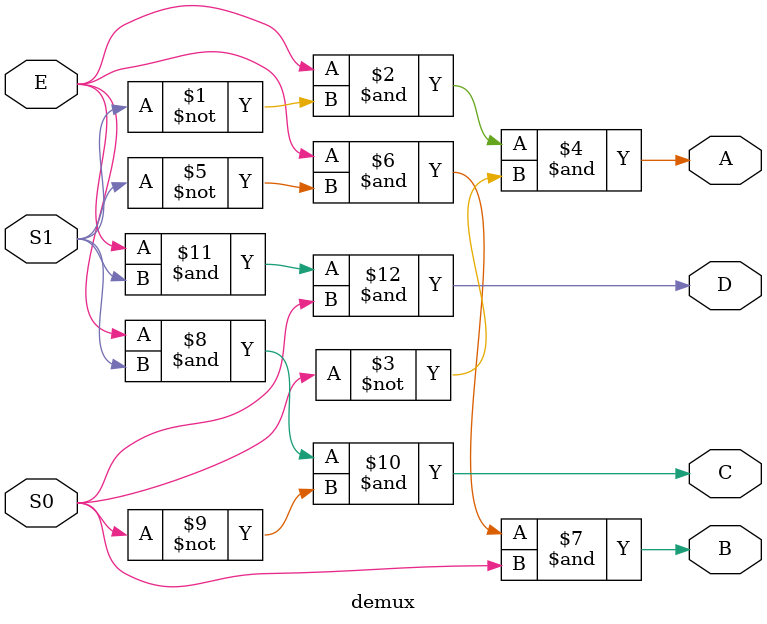
<source format=v>
module demux(input E,input S1,input S0,output A,output B,output C,output D);

assign A = (E&(~S1)&(~S0));
assign B = (E&(~S1)&(S0));
assign C = (E&(S1)&(~S0));
assign D = (E&(S1)&(S0));

endmodule

</source>
